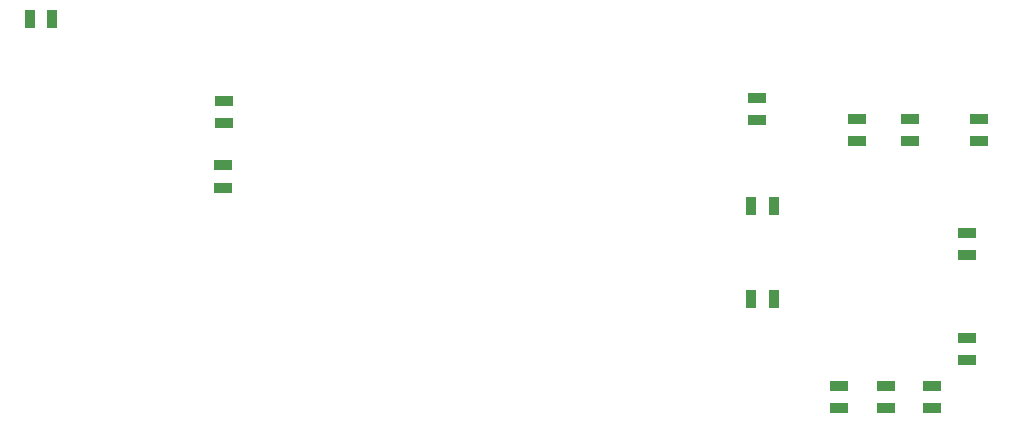
<source format=gbp>
G04 #@! TF.GenerationSoftware,KiCad,Pcbnew,5.1.10-88a1d61d58~88~ubuntu18.04.1*
G04 #@! TF.CreationDate,2021-06-12T18:10:02+08:00*
G04 #@! TF.ProjectId,kit-dev-coldfire-xilinx_5213,6b69742d-6465-4762-9d63-6f6c64666972,2*
G04 #@! TF.SameCoordinates,Original*
G04 #@! TF.FileFunction,Paste,Bot*
G04 #@! TF.FilePolarity,Positive*
%FSLAX46Y46*%
G04 Gerber Fmt 4.6, Leading zero omitted, Abs format (unit mm)*
G04 Created by KiCad (PCBNEW 5.1.10-88a1d61d58~88~ubuntu18.04.1) date 2021-06-12 18:10:02*
%MOMM*%
%LPD*%
G01*
G04 APERTURE LIST*
%ADD10R,0.970000X1.500000*%
%ADD11R,1.500000X0.970000*%
G04 APERTURE END LIST*
D10*
X128966000Y-91440000D03*
X130876000Y-91440000D03*
D11*
X145288000Y-103820000D03*
X145288000Y-105730000D03*
X145415000Y-100269000D03*
X145415000Y-98359000D03*
X209296000Y-99883000D03*
X209296000Y-101793000D03*
D10*
X190053000Y-107315000D03*
X191963000Y-107315000D03*
D11*
X203454000Y-99883000D03*
X203454000Y-101793000D03*
X208280000Y-111445000D03*
X208280000Y-109535000D03*
X201422000Y-124399000D03*
X201422000Y-122489000D03*
X208280000Y-120335000D03*
X208280000Y-118425000D03*
X190500000Y-98105000D03*
X190500000Y-100015000D03*
X199009000Y-99883000D03*
X199009000Y-101793000D03*
X205359000Y-124399000D03*
X205359000Y-122489000D03*
X197485000Y-124399000D03*
X197485000Y-122489000D03*
D10*
X190053000Y-115189000D03*
X191963000Y-115189000D03*
M02*

</source>
